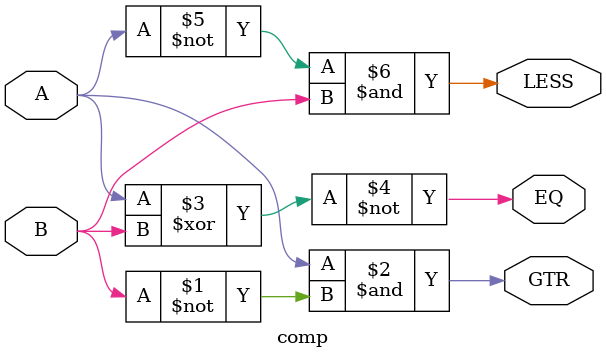
<source format=v>
module comp(GTR,EQ,LESS,A,B);
output GTR,EQ,LESS;
input A,B;
wire GTR,EQ,LESS;
assign GTR = A&(~B);
assign EQ = ~(A^B);
assign LESS = (~A)&B;
endmodule


</source>
